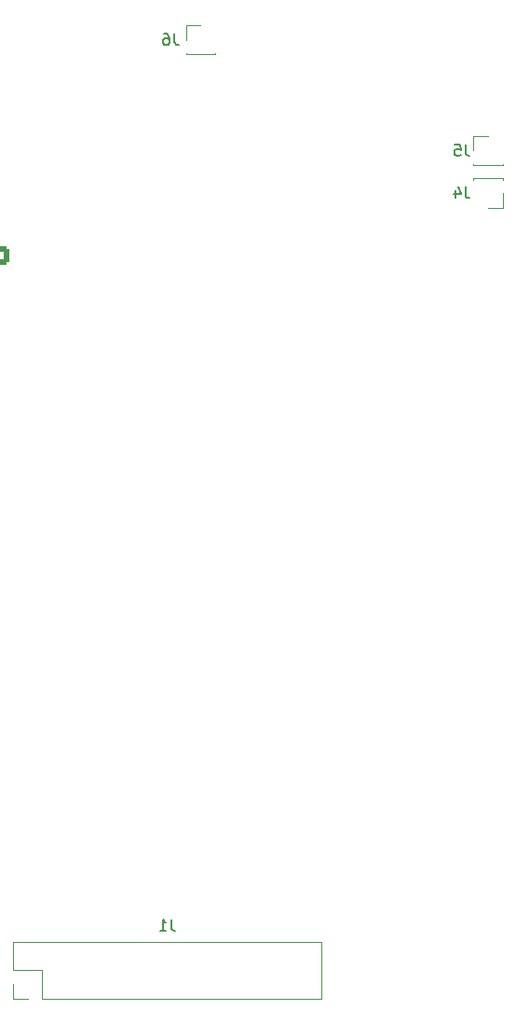
<source format=gbr>
%TF.GenerationSoftware,KiCad,Pcbnew,7.0.11*%
%TF.CreationDate,2024-10-03T18:10:16+02:00*%
%TF.ProjectId,kim-1-aux-card-esp,6b696d2d-312d-4617-9578-2d636172642d,rev?*%
%TF.SameCoordinates,Original*%
%TF.FileFunction,Legend,Bot*%
%TF.FilePolarity,Positive*%
%FSLAX46Y46*%
G04 Gerber Fmt 4.6, Leading zero omitted, Abs format (unit mm)*
G04 Created by KiCad (PCBNEW 7.0.11) date 2024-10-03 18:10:16*
%MOMM*%
%LPD*%
G01*
G04 APERTURE LIST*
G04 Aperture macros list*
%AMRoundRect*
0 Rectangle with rounded corners*
0 $1 Rounding radius*
0 $2 $3 $4 $5 $6 $7 $8 $9 X,Y pos of 4 corners*
0 Add a 4 corners polygon primitive as box body*
4,1,4,$2,$3,$4,$5,$6,$7,$8,$9,$2,$3,0*
0 Add four circle primitives for the rounded corners*
1,1,$1+$1,$2,$3*
1,1,$1+$1,$4,$5*
1,1,$1+$1,$6,$7*
1,1,$1+$1,$8,$9*
0 Add four rect primitives between the rounded corners*
20,1,$1+$1,$2,$3,$4,$5,0*
20,1,$1+$1,$4,$5,$6,$7,0*
20,1,$1+$1,$6,$7,$8,$9,0*
20,1,$1+$1,$8,$9,$2,$3,0*%
G04 Aperture macros list end*
%ADD10C,0.150000*%
%ADD11C,0.120000*%
%ADD12C,2.700000*%
%ADD13O,1.600000X1.600000*%
%ADD14R,1.600000X1.600000*%
%ADD15C,1.600000*%
%ADD16R,1.700000X1.700000*%
%ADD17O,1.700000X1.700000*%
%ADD18R,1.500000X1.050000*%
%ADD19O,1.500000X1.050000*%
%ADD20O,1.600000X2.400000*%
%ADD21R,1.600000X2.400000*%
%ADD22RoundRect,0.250000X0.600000X-0.600000X0.600000X0.600000X-0.600000X0.600000X-0.600000X-0.600000X0*%
%ADD23C,1.700000*%
%ADD24C,2.400000*%
%ADD25RoundRect,0.102000X0.975000X0.975000X-0.975000X0.975000X-0.975000X-0.975000X0.975000X-0.975000X0*%
%ADD26C,2.154000*%
%ADD27C,0.500000*%
%ADD28C,0.600000*%
G04 APERTURE END LIST*
D10*
X169043333Y-72834819D02*
X169043333Y-73549104D01*
X169043333Y-73549104D02*
X169090952Y-73691961D01*
X169090952Y-73691961D02*
X169186190Y-73787200D01*
X169186190Y-73787200D02*
X169329047Y-73834819D01*
X169329047Y-73834819D02*
X169424285Y-73834819D01*
X168090952Y-72834819D02*
X168567142Y-72834819D01*
X168567142Y-72834819D02*
X168614761Y-73311009D01*
X168614761Y-73311009D02*
X168567142Y-73263390D01*
X168567142Y-73263390D02*
X168471904Y-73215771D01*
X168471904Y-73215771D02*
X168233809Y-73215771D01*
X168233809Y-73215771D02*
X168138571Y-73263390D01*
X168138571Y-73263390D02*
X168090952Y-73311009D01*
X168090952Y-73311009D02*
X168043333Y-73406247D01*
X168043333Y-73406247D02*
X168043333Y-73644342D01*
X168043333Y-73644342D02*
X168090952Y-73739580D01*
X168090952Y-73739580D02*
X168138571Y-73787200D01*
X168138571Y-73787200D02*
X168233809Y-73834819D01*
X168233809Y-73834819D02*
X168471904Y-73834819D01*
X168471904Y-73834819D02*
X168567142Y-73787200D01*
X168567142Y-73787200D02*
X168614761Y-73739580D01*
X142283333Y-143174819D02*
X142283333Y-143889104D01*
X142283333Y-143889104D02*
X142330952Y-144031961D01*
X142330952Y-144031961D02*
X142426190Y-144127200D01*
X142426190Y-144127200D02*
X142569047Y-144174819D01*
X142569047Y-144174819D02*
X142664285Y-144174819D01*
X141283333Y-144174819D02*
X141854761Y-144174819D01*
X141569047Y-144174819D02*
X141569047Y-143174819D01*
X141569047Y-143174819D02*
X141664285Y-143317676D01*
X141664285Y-143317676D02*
X141759523Y-143412914D01*
X141759523Y-143412914D02*
X141854761Y-143460533D01*
X142583333Y-62784819D02*
X142583333Y-63499104D01*
X142583333Y-63499104D02*
X142630952Y-63641961D01*
X142630952Y-63641961D02*
X142726190Y-63737200D01*
X142726190Y-63737200D02*
X142869047Y-63784819D01*
X142869047Y-63784819D02*
X142964285Y-63784819D01*
X141678571Y-62784819D02*
X141869047Y-62784819D01*
X141869047Y-62784819D02*
X141964285Y-62832438D01*
X141964285Y-62832438D02*
X142011904Y-62880057D01*
X142011904Y-62880057D02*
X142107142Y-63022914D01*
X142107142Y-63022914D02*
X142154761Y-63213390D01*
X142154761Y-63213390D02*
X142154761Y-63594342D01*
X142154761Y-63594342D02*
X142107142Y-63689580D01*
X142107142Y-63689580D02*
X142059523Y-63737200D01*
X142059523Y-63737200D02*
X141964285Y-63784819D01*
X141964285Y-63784819D02*
X141773809Y-63784819D01*
X141773809Y-63784819D02*
X141678571Y-63737200D01*
X141678571Y-63737200D02*
X141630952Y-63689580D01*
X141630952Y-63689580D02*
X141583333Y-63594342D01*
X141583333Y-63594342D02*
X141583333Y-63356247D01*
X141583333Y-63356247D02*
X141630952Y-63261009D01*
X141630952Y-63261009D02*
X141678571Y-63213390D01*
X141678571Y-63213390D02*
X141773809Y-63165771D01*
X141773809Y-63165771D02*
X141964285Y-63165771D01*
X141964285Y-63165771D02*
X142059523Y-63213390D01*
X142059523Y-63213390D02*
X142107142Y-63261009D01*
X142107142Y-63261009D02*
X142154761Y-63356247D01*
X169043333Y-76684819D02*
X169043333Y-77399104D01*
X169043333Y-77399104D02*
X169090952Y-77541961D01*
X169090952Y-77541961D02*
X169186190Y-77637200D01*
X169186190Y-77637200D02*
X169329047Y-77684819D01*
X169329047Y-77684819D02*
X169424285Y-77684819D01*
X168138571Y-77018152D02*
X168138571Y-77684819D01*
X168376666Y-76637200D02*
X168614761Y-77351485D01*
X168614761Y-77351485D02*
X167995714Y-77351485D01*
D11*
%TO.C,J5*%
X172450000Y-74710000D02*
X169790000Y-74710000D01*
X172450000Y-74590000D02*
X172450000Y-74710000D01*
X171120000Y-72050000D02*
X169790000Y-72050000D01*
X169790000Y-74590000D02*
X169790000Y-74710000D01*
X169790000Y-72050000D02*
X169790000Y-73380000D01*
%TO.C,J1*%
X155980000Y-145200000D02*
X155980000Y-150400000D01*
X127920000Y-145200000D02*
X155980000Y-145200000D01*
X127920000Y-145200000D02*
X127920000Y-147800000D01*
X130520000Y-147800000D02*
X130520000Y-150400000D01*
X127920000Y-147800000D02*
X130520000Y-147800000D01*
X127920000Y-149070000D02*
X127920000Y-150400000D01*
X130520000Y-150400000D02*
X155980000Y-150400000D01*
X127920000Y-150400000D02*
X129250000Y-150400000D01*
%TO.C,J6*%
X146310000Y-64660000D02*
X143650000Y-64660000D01*
X146310000Y-64540000D02*
X146310000Y-64660000D01*
X144980000Y-62000000D02*
X143650000Y-62000000D01*
X143650000Y-64540000D02*
X143650000Y-64660000D01*
X143650000Y-62000000D02*
X143650000Y-63330000D01*
%TO.C,J4*%
X169790000Y-75900000D02*
X172450000Y-75900000D01*
X169790000Y-76020000D02*
X169790000Y-75900000D01*
X171120000Y-78560000D02*
X172450000Y-78560000D01*
X172450000Y-76020000D02*
X172450000Y-75900000D01*
X172450000Y-78560000D02*
X172450000Y-77230000D01*
%TD*%
%LPC*%
D12*
%TO.C,REF\u002A\u002A*%
X112780000Y-43040000D03*
%TD*%
%TO.C,REF\u002A\u002A*%
X124490000Y-147800000D03*
%TD*%
%TO.C,REF\u002A\u002A*%
X159410000Y-147800000D03*
%TD*%
%TO.C,REF\u002A\u002A*%
X171120000Y-82770000D03*
%TD*%
%TO.C,REF\u002A\u002A*%
X171120000Y-43040000D03*
%TD*%
%TO.C,REF\u002A\u002A*%
X112780000Y-82770000D03*
%TD*%
D13*
%TO.C,RN1*%
X166690000Y-73380000D03*
X164150000Y-73380000D03*
X161610000Y-73380000D03*
X159070000Y-73380000D03*
X156530000Y-73380000D03*
X153990000Y-73380000D03*
D14*
X151450000Y-73380000D03*
%TD*%
D15*
%TO.C,C1*%
X148400000Y-60440000D03*
X148400000Y-65440000D03*
%TD*%
D16*
%TO.C,J9*%
X115930000Y-51160000D03*
D17*
X118470000Y-51160000D03*
X121010000Y-51160000D03*
%TD*%
%TO.C,J10*%
X140280000Y-50600000D03*
X137740000Y-50600000D03*
X135200000Y-50600000D03*
D16*
X132660000Y-50600000D03*
%TD*%
D18*
%TO.C,Q1*%
X165610000Y-77560000D03*
D19*
X165610000Y-78830000D03*
X165610000Y-80100000D03*
%TD*%
D20*
%TO.C,U1*%
X151450000Y-60440000D03*
X153990000Y-60440000D03*
X156530000Y-60440000D03*
X159070000Y-60440000D03*
X161610000Y-60440000D03*
X164150000Y-60440000D03*
X166690000Y-60440000D03*
X166690000Y-68060000D03*
X164150000Y-68060000D03*
X161610000Y-68060000D03*
X159070000Y-68060000D03*
X156530000Y-68060000D03*
X153990000Y-68060000D03*
D21*
X151450000Y-68060000D03*
%TD*%
D14*
%TO.C,SW1*%
X150820000Y-141700000D03*
D13*
X143200000Y-141700000D03*
%TD*%
D22*
%TO.C,J2*%
X126710000Y-82920000D03*
D23*
X126710000Y-80380000D03*
X129250000Y-82920000D03*
X129250000Y-80380000D03*
X131790000Y-82920000D03*
X131790000Y-80380000D03*
X134330000Y-82920000D03*
X134330000Y-80380000D03*
X136870000Y-82920000D03*
X136870000Y-80380000D03*
X139410000Y-82920000D03*
X139410000Y-80380000D03*
X141950000Y-82920000D03*
X141950000Y-80380000D03*
X144490000Y-82920000D03*
X144490000Y-80380000D03*
X147030000Y-82920000D03*
X147030000Y-80380000D03*
X149570000Y-82920000D03*
X149570000Y-80380000D03*
X152110000Y-82920000D03*
X152110000Y-80380000D03*
X154650000Y-82920000D03*
X154650000Y-80380000D03*
X157190000Y-82920000D03*
X157190000Y-80380000D03*
%TD*%
D13*
%TO.C,SW2*%
X152110000Y-91110000D03*
X152110000Y-93650000D03*
X144490000Y-93650000D03*
D14*
X144490000Y-91110000D03*
%TD*%
D17*
%TO.C,J8*%
X121010000Y-53700000D03*
X121010000Y-56240000D03*
X118470000Y-53700000D03*
X118470000Y-56240000D03*
X115930000Y-53700000D03*
D16*
X115930000Y-56240000D03*
%TD*%
D24*
%TO.C,J3*%
X165400000Y-47590000D03*
X150400000Y-47590000D03*
D25*
X150400000Y-52590000D03*
D26*
X152900000Y-55090000D03*
X157900000Y-52590000D03*
X162900000Y-55090000D03*
X165400000Y-52590000D03*
X157900000Y-57590000D03*
X162900000Y-42590000D03*
X160400000Y-42590000D03*
X155400000Y-42590000D03*
X152900000Y-42590000D03*
%TD*%
D16*
%TO.C,J5*%
X171120000Y-73380000D03*
%TD*%
%TO.C,J1*%
X129250000Y-149070000D03*
D17*
X129250000Y-146530000D03*
X131790000Y-149070000D03*
X131790000Y-146530000D03*
X134330000Y-149070000D03*
X134330000Y-146530000D03*
X136870000Y-149070000D03*
X136870000Y-146530000D03*
X139410000Y-149070000D03*
X139410000Y-146530000D03*
X141950000Y-149070000D03*
X141950000Y-146530000D03*
X144490000Y-149070000D03*
X144490000Y-146530000D03*
X147030000Y-149070000D03*
X147030000Y-146530000D03*
X149570000Y-149070000D03*
X149570000Y-146530000D03*
X152110000Y-149070000D03*
X152110000Y-146530000D03*
X154650000Y-149070000D03*
X154650000Y-146530000D03*
%TD*%
D16*
%TO.C,J6*%
X144980000Y-63330000D03*
%TD*%
%TO.C,J4*%
X171120000Y-77230000D03*
%TD*%
D27*
X135070000Y-75360000D03*
X136790000Y-75070000D03*
X138950000Y-75070000D03*
X136790000Y-67870000D03*
X138950000Y-67870000D03*
X136790000Y-65510000D03*
X138950000Y-65510000D03*
X138950000Y-58310000D03*
X136790000Y-58310000D03*
D28*
X127660000Y-52390000D03*
X129400000Y-55150000D03*
X125080000Y-53800000D03*
D27*
X132470000Y-61050000D03*
X132470000Y-57820000D03*
%LPD*%
M02*

</source>
